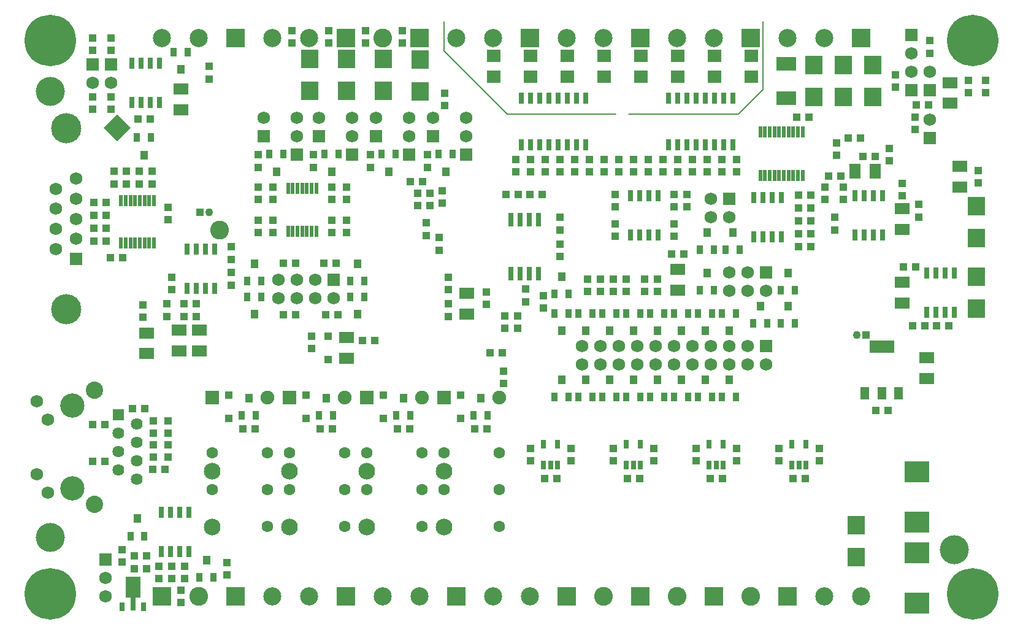
<source format=gbs>
G04 (created by PCBNEW (2013-jul-07)-stable) date miÃ© 17 sep 2014 11:04:25 ART*
%MOIN*%
G04 Gerber Fmt 3.4, Leading zero omitted, Abs format*
%FSLAX34Y34*%
G01*
G70*
G90*
G04 APERTURE LIST*
%ADD10C,0.00590551*%
%ADD11C,0.008*%
%ADD12R,0.069X0.069*%
%ADD13C,0.069*%
%ADD14R,0.0434X0.0394*%
%ADD15R,0.084X0.064*%
%ADD16R,0.0354961X0.0512441*%
%ADD17R,0.0433701X0.0512441*%
%ADD18R,0.0414016X0.0394331*%
%ADD19C,0.0630551*%
%ADD20C,0.0906142*%
%ADD21C,0.0748661*%
%ADD22R,0.0748661X0.0748661*%
%ADD23R,0.0748661X0.0669921*%
%ADD24R,0.0394X0.0434*%
%ADD25R,0.027622X0.0748661*%
%ADD26C,0.15748*%
%ADD27R,0.019748X0.0630551*%
%ADD28R,0.0201417X0.0630551*%
%ADD29R,0.0217165X0.0610866*%
%ADD30R,0.0315591X0.0630551*%
%ADD31R,0.0315591X0.0473071*%
%ADD32R,0.0315591X0.0748661*%
%ADD33R,0.0827402X0.114236*%
%ADD34R,0.027622X0.0473071*%
%ADD35R,0.133921X0.0669921*%
%ADD36R,0.0512441X0.0669921*%
%ADD37R,0.027622X0.0638425*%
%ADD38R,0.1103X0.0749*%
%ADD39R,0.133921X0.118173*%
%ADD40R,0.0945512X0.102425*%
%ADD41R,0.064X0.084*%
%ADD42C,0.102425*%
%ADD43C,0.279591*%
%ADD44R,0.0984882X0.0984882*%
%ADD45C,0.0984882*%
%ADD46R,0.102425X0.102425*%
%ADD47C,0.164*%
%ADD48C,0.131953*%
%ADD49R,0.064X0.064*%
%ADD50C,0.064*%
%ADD51C,0.094*%
%ADD52R,0.0433701X0.0433701*%
%ADD53C,0.0433701*%
G04 APERTURE END LIST*
G54D10*
G54D11*
X35100Y-14250D02*
X35100Y-12650D01*
X52450Y-16350D02*
X52450Y-12650D01*
X44450Y-17700D02*
X38550Y-17700D01*
X45150Y-17700D02*
X51100Y-17700D01*
X38550Y-17700D02*
X35100Y-14250D01*
X51100Y-17700D02*
X52450Y-16350D01*
G54D12*
X61500Y-19000D03*
G54D13*
X61500Y-18000D03*
G54D14*
X64150Y-21434D03*
X64150Y-20765D03*
G54D15*
X63150Y-21651D03*
X63150Y-20548D03*
G54D16*
X33274Y-34072D03*
G54D17*
X32900Y-33127D03*
G54D16*
X32525Y-34072D03*
X24874Y-34072D03*
G54D17*
X24500Y-33127D03*
G54D16*
X24125Y-34072D03*
X29074Y-34072D03*
G54D17*
X28700Y-33127D03*
G54D16*
X28325Y-34072D03*
G54D18*
X27600Y-34220D03*
X27600Y-32979D03*
X31800Y-34220D03*
X31800Y-32979D03*
X23400Y-34220D03*
X23400Y-32979D03*
X36000Y-34220D03*
X36000Y-32979D03*
G54D16*
X37474Y-34072D03*
G54D17*
X37100Y-33127D03*
G54D16*
X36725Y-34072D03*
G54D19*
X38100Y-40100D03*
X38100Y-38100D03*
X38100Y-36100D03*
G54D20*
X35100Y-40147D03*
G54D19*
X35100Y-38100D03*
X35100Y-36100D03*
G54D21*
X38100Y-33100D03*
G54D22*
X35100Y-33100D03*
G54D20*
X35100Y-37115D03*
G54D19*
X25500Y-40100D03*
X25500Y-38100D03*
X25500Y-36100D03*
G54D20*
X22500Y-40147D03*
G54D19*
X22500Y-38100D03*
X22500Y-36100D03*
G54D21*
X25500Y-33100D03*
G54D22*
X22500Y-33100D03*
G54D20*
X22500Y-37115D03*
G54D19*
X29700Y-40100D03*
X29700Y-38100D03*
X29700Y-36100D03*
G54D20*
X26700Y-40147D03*
G54D19*
X26700Y-38100D03*
X26700Y-36100D03*
G54D21*
X29700Y-33100D03*
G54D22*
X26700Y-33100D03*
G54D20*
X26700Y-37115D03*
G54D19*
X33900Y-40100D03*
X33900Y-38100D03*
X33900Y-36100D03*
G54D20*
X30900Y-40147D03*
G54D19*
X30900Y-38100D03*
X30900Y-36100D03*
G54D21*
X33900Y-33100D03*
G54D22*
X30900Y-33100D03*
G54D20*
X30900Y-37115D03*
G54D23*
X39800Y-14548D03*
X39800Y-15651D03*
X41800Y-14548D03*
X41800Y-15651D03*
X37800Y-14548D03*
X37800Y-15651D03*
X51800Y-14548D03*
X51800Y-15651D03*
X43800Y-14548D03*
X43800Y-15651D03*
X45800Y-14548D03*
X45800Y-15651D03*
X47800Y-14548D03*
X47800Y-15651D03*
X49800Y-14548D03*
X49800Y-15651D03*
G54D24*
X39765Y-22050D03*
X40434Y-22050D03*
G54D25*
X40250Y-26356D03*
X39750Y-26356D03*
X39250Y-26356D03*
X38750Y-26356D03*
X38750Y-23443D03*
X39250Y-23443D03*
X39750Y-23443D03*
X40250Y-23443D03*
G54D14*
X39100Y-28665D03*
X39100Y-29334D03*
X38400Y-28665D03*
X38400Y-29334D03*
G54D24*
X58565Y-33800D03*
X59234Y-33800D03*
G54D26*
X13700Y-16450D03*
X13700Y-40700D03*
G54D27*
X53577Y-21031D03*
X53322Y-21031D03*
X53066Y-21031D03*
X52810Y-21031D03*
X54345Y-18668D03*
X54345Y-21031D03*
X54089Y-21031D03*
X53833Y-21031D03*
X52554Y-18668D03*
X52810Y-18668D03*
X53066Y-18668D03*
X53322Y-18668D03*
X53577Y-18668D03*
X53833Y-18668D03*
X52554Y-21031D03*
G54D28*
X54089Y-18668D03*
G54D27*
X54601Y-21031D03*
X52298Y-21031D03*
X52298Y-18668D03*
G54D28*
X54601Y-18668D03*
G54D29*
X18322Y-22388D03*
X18577Y-22388D03*
X18833Y-22388D03*
X19089Y-22388D03*
X19345Y-22388D03*
X17554Y-22388D03*
X17810Y-22388D03*
X18066Y-22388D03*
X19345Y-24711D03*
X19089Y-24711D03*
X18833Y-24711D03*
X18577Y-24711D03*
X18322Y-24711D03*
X18066Y-24711D03*
X17810Y-24711D03*
X17554Y-24711D03*
X27400Y-21738D03*
X27655Y-21738D03*
X27911Y-21738D03*
X28167Y-21738D03*
X28167Y-24061D03*
X26632Y-21738D03*
X26888Y-21738D03*
X27144Y-21738D03*
X27911Y-24061D03*
X27655Y-24061D03*
X27400Y-24061D03*
X27144Y-24061D03*
X26888Y-24061D03*
X26632Y-24061D03*
G54D30*
X47300Y-16820D03*
X47800Y-16820D03*
X48300Y-16820D03*
X48800Y-16820D03*
X49300Y-16820D03*
X49800Y-16820D03*
X50300Y-16820D03*
X50800Y-16820D03*
X50800Y-19379D03*
X50300Y-19379D03*
X49800Y-19379D03*
X49300Y-19379D03*
X48800Y-19379D03*
X48300Y-19379D03*
X47800Y-19379D03*
X47300Y-19379D03*
X39300Y-16820D03*
X39800Y-16820D03*
X40300Y-16820D03*
X40800Y-16820D03*
X41300Y-16820D03*
X41800Y-16820D03*
X42300Y-16820D03*
X42800Y-16820D03*
X42800Y-19379D03*
X42300Y-19379D03*
X41800Y-19379D03*
X41300Y-19379D03*
X40800Y-19379D03*
X40300Y-19379D03*
X39800Y-19379D03*
X39300Y-19379D03*
G54D31*
X18791Y-44450D03*
G54D32*
X18200Y-44312D03*
G54D31*
X17609Y-44450D03*
G54D33*
X18200Y-43406D03*
G54D34*
X54774Y-36751D03*
X54025Y-36751D03*
X54400Y-36751D03*
X54025Y-35648D03*
X54774Y-35648D03*
X50274Y-36751D03*
X49525Y-36751D03*
X49900Y-36751D03*
X49525Y-35648D03*
X50274Y-35648D03*
X45774Y-36751D03*
X45025Y-36751D03*
X45400Y-36751D03*
X45025Y-35648D03*
X45774Y-35648D03*
X41274Y-36751D03*
X40525Y-36751D03*
X40900Y-36751D03*
X40525Y-35648D03*
X41274Y-35648D03*
G54D16*
X41874Y-27472D03*
G54D17*
X41500Y-26527D03*
G54D16*
X41125Y-27472D03*
X43725Y-28527D03*
G54D17*
X44100Y-29472D03*
G54D16*
X44474Y-28527D03*
X47074Y-33072D03*
G54D17*
X46700Y-32127D03*
G54D16*
X46325Y-33072D03*
X45774Y-33072D03*
G54D17*
X45400Y-32127D03*
G54D16*
X45025Y-33072D03*
X44474Y-33072D03*
G54D17*
X44100Y-32127D03*
G54D16*
X43725Y-33072D03*
X43174Y-33072D03*
G54D17*
X42800Y-32127D03*
G54D16*
X42425Y-33072D03*
X41874Y-33072D03*
G54D17*
X41500Y-32127D03*
G54D16*
X41125Y-33072D03*
X41125Y-28527D03*
G54D17*
X41500Y-29472D03*
G54D16*
X41874Y-28527D03*
X42425Y-28527D03*
G54D17*
X42800Y-29472D03*
G54D16*
X43174Y-28527D03*
X31725Y-19877D03*
G54D17*
X32100Y-20822D03*
G54D16*
X32474Y-19877D03*
X48374Y-33072D03*
G54D17*
X48000Y-32127D03*
G54D16*
X47625Y-33072D03*
X49674Y-33072D03*
G54D17*
X49300Y-32127D03*
G54D16*
X48925Y-33072D03*
X50974Y-33072D03*
G54D17*
X50600Y-32127D03*
G54D16*
X50225Y-33072D03*
X20425Y-14327D03*
G54D17*
X20800Y-15272D03*
G54D16*
X21174Y-14327D03*
X34825Y-19877D03*
G54D17*
X35200Y-20822D03*
G54D16*
X35574Y-19877D03*
X25625Y-19877D03*
G54D17*
X26000Y-20822D03*
G54D16*
X26374Y-19877D03*
X28625Y-19877D03*
G54D17*
X29000Y-20822D03*
G54D16*
X29374Y-19877D03*
X49774Y-27272D03*
G54D17*
X49400Y-26327D03*
G54D16*
X49025Y-27272D03*
X22574Y-42872D03*
G54D17*
X22200Y-41927D03*
G54D16*
X21825Y-42872D03*
X18824Y-40622D03*
G54D17*
X18450Y-39677D03*
G54D16*
X18075Y-40622D03*
X54174Y-27272D03*
G54D17*
X53800Y-26327D03*
G54D16*
X53425Y-27272D03*
X18425Y-18977D03*
G54D17*
X18800Y-19922D03*
G54D16*
X19174Y-18977D03*
X45025Y-28527D03*
G54D17*
X45400Y-29472D03*
G54D16*
X45774Y-28527D03*
X52674Y-29072D03*
G54D17*
X52300Y-28127D03*
G54D16*
X51925Y-29072D03*
X54174Y-29072D03*
G54D17*
X53800Y-28127D03*
G54D16*
X53425Y-29072D03*
X30774Y-26772D03*
G54D17*
X30400Y-25827D03*
G54D16*
X30025Y-26772D03*
X25174Y-26772D03*
G54D17*
X24800Y-25827D03*
G54D16*
X24425Y-26772D03*
X24425Y-27627D03*
G54D17*
X24800Y-28572D03*
G54D16*
X25174Y-27627D03*
X30025Y-27627D03*
G54D17*
X30400Y-28572D03*
G54D16*
X30774Y-27627D03*
X49774Y-25072D03*
G54D17*
X49400Y-24127D03*
G54D16*
X49025Y-25072D03*
X51174Y-25072D03*
G54D17*
X50800Y-24127D03*
G54D16*
X50425Y-25072D03*
X50225Y-28527D03*
G54D17*
X50600Y-29472D03*
G54D16*
X50974Y-28527D03*
X48925Y-28527D03*
G54D17*
X49300Y-29472D03*
G54D16*
X49674Y-28527D03*
X47625Y-28527D03*
G54D17*
X48000Y-29472D03*
G54D16*
X48374Y-28527D03*
X46325Y-28527D03*
G54D17*
X46700Y-29472D03*
G54D16*
X47074Y-28527D03*
G54D35*
X58900Y-30340D03*
G54D36*
X58900Y-32859D03*
X57994Y-32859D03*
X59805Y-32859D03*
G54D37*
X58950Y-24262D03*
X58450Y-24262D03*
X57950Y-24262D03*
X57450Y-24262D03*
X57450Y-22137D03*
X57950Y-22137D03*
X58450Y-22137D03*
X58950Y-22137D03*
X21150Y-25037D03*
X21650Y-25037D03*
X22150Y-25037D03*
X22650Y-25037D03*
X22650Y-27162D03*
X22150Y-27162D03*
X21650Y-27162D03*
X21150Y-27162D03*
X21250Y-41462D03*
X20750Y-41462D03*
X20250Y-41462D03*
X19750Y-41462D03*
X19750Y-39337D03*
X20250Y-39337D03*
X20750Y-39337D03*
X21250Y-39337D03*
X19650Y-17062D03*
X19150Y-17062D03*
X18650Y-17062D03*
X18150Y-17062D03*
X18150Y-14937D03*
X18650Y-14937D03*
X19150Y-14937D03*
X19650Y-14937D03*
X61350Y-26337D03*
X61850Y-26337D03*
X62350Y-26337D03*
X62850Y-26337D03*
X62850Y-28462D03*
X62350Y-28462D03*
X61850Y-28462D03*
X61350Y-28462D03*
X46750Y-24262D03*
X46250Y-24262D03*
X45750Y-24262D03*
X45250Y-24262D03*
X45250Y-22137D03*
X45750Y-22137D03*
X46250Y-22137D03*
X46750Y-22137D03*
X53450Y-24362D03*
X52950Y-24362D03*
X52450Y-24362D03*
X51950Y-24362D03*
X51950Y-22237D03*
X52450Y-22237D03*
X52950Y-22237D03*
X53450Y-22237D03*
G54D18*
X28800Y-29779D03*
X28800Y-31020D03*
G54D38*
X53700Y-14955D03*
X53700Y-16845D03*
G54D14*
X46000Y-26665D03*
X46000Y-27334D03*
X40600Y-20834D03*
X40600Y-20165D03*
X39000Y-20834D03*
X39000Y-20165D03*
G54D24*
X54365Y-24900D03*
X55034Y-24900D03*
G54D14*
X20800Y-43565D03*
X20800Y-44234D03*
X21000Y-42265D03*
X21000Y-42934D03*
X20300Y-42934D03*
X20300Y-42265D03*
X17600Y-41365D03*
X17600Y-42034D03*
X19600Y-42265D03*
X19600Y-42934D03*
G54D24*
X18934Y-41700D03*
X18265Y-41700D03*
X55034Y-22800D03*
X54365Y-22800D03*
G54D14*
X48300Y-22734D03*
X48300Y-22065D03*
X44300Y-26665D03*
X44300Y-27334D03*
G54D24*
X55034Y-23500D03*
X54365Y-23500D03*
X55034Y-24200D03*
X54365Y-24200D03*
G54D14*
X44400Y-22065D03*
X44400Y-22734D03*
X47600Y-23665D03*
X47600Y-24334D03*
X44400Y-24334D03*
X44400Y-23665D03*
X43600Y-26665D03*
X43600Y-27334D03*
X42900Y-26665D03*
X42900Y-27334D03*
G54D24*
X48134Y-25300D03*
X47465Y-25300D03*
G54D14*
X40500Y-28234D03*
X40500Y-27565D03*
G54D24*
X36765Y-34800D03*
X37434Y-34800D03*
X24165Y-34800D03*
X24834Y-34800D03*
X54065Y-37500D03*
X54734Y-37500D03*
X40565Y-37500D03*
X41234Y-37500D03*
G54D14*
X25800Y-22334D03*
X25800Y-21665D03*
X38350Y-32334D03*
X38350Y-31665D03*
X25000Y-19915D03*
X25000Y-20584D03*
X28000Y-19915D03*
X28000Y-20584D03*
X34200Y-19915D03*
X34200Y-20584D03*
X31100Y-19915D03*
X31100Y-20584D03*
G54D24*
X49565Y-37500D03*
X50234Y-37500D03*
G54D14*
X43800Y-20834D03*
X43800Y-20165D03*
X45400Y-20834D03*
X45400Y-20165D03*
X47000Y-20834D03*
X47000Y-20165D03*
X48600Y-20834D03*
X48600Y-20165D03*
X50200Y-20834D03*
X50200Y-20165D03*
G54D24*
X57734Y-19000D03*
X57065Y-19000D03*
X28365Y-34800D03*
X29034Y-34800D03*
X45065Y-37500D03*
X45734Y-37500D03*
G54D14*
X42200Y-20834D03*
X42200Y-20165D03*
X46700Y-26665D03*
X46700Y-27334D03*
X29000Y-24134D03*
X29000Y-23465D03*
X25800Y-24134D03*
X25800Y-23465D03*
X29000Y-22334D03*
X29000Y-21665D03*
G54D24*
X32565Y-34800D03*
X33234Y-34800D03*
X61434Y-17200D03*
X60765Y-17200D03*
G54D14*
X19300Y-34365D03*
X19300Y-35034D03*
X19300Y-36334D03*
X19300Y-35665D03*
G54D24*
X16684Y-34550D03*
X16015Y-34550D03*
G54D14*
X27900Y-30434D03*
X27900Y-29765D03*
G54D24*
X19934Y-37000D03*
X19265Y-37000D03*
G54D14*
X59650Y-15565D03*
X59650Y-16234D03*
X61500Y-13715D03*
X61500Y-14384D03*
X22350Y-15115D03*
X22350Y-15784D03*
X17000Y-13565D03*
X17000Y-14234D03*
X16000Y-14234D03*
X16000Y-13565D03*
X17000Y-16765D03*
X17000Y-17434D03*
X16000Y-17434D03*
X16000Y-16765D03*
X60700Y-18534D03*
X60700Y-17865D03*
X20100Y-22765D03*
X20100Y-23434D03*
X64550Y-16534D03*
X64550Y-15865D03*
G54D24*
X19134Y-17950D03*
X18465Y-17950D03*
X60734Y-26000D03*
X60065Y-26000D03*
G54D14*
X37400Y-28034D03*
X37400Y-27365D03*
G54D24*
X18834Y-33700D03*
X18165Y-33700D03*
X27034Y-28600D03*
X26365Y-28600D03*
X28665Y-28600D03*
X29334Y-28600D03*
X27034Y-25800D03*
X26365Y-25800D03*
X28565Y-25800D03*
X29234Y-25800D03*
G54D14*
X20300Y-27234D03*
X20300Y-26565D03*
X23550Y-26984D03*
X23550Y-26315D03*
G54D12*
X29100Y-26700D03*
G54D13*
X29100Y-27700D03*
X28100Y-26700D03*
X28100Y-27700D03*
X27100Y-26700D03*
X27100Y-27700D03*
X26100Y-26700D03*
X26100Y-27700D03*
G54D12*
X52600Y-26300D03*
G54D13*
X52600Y-27300D03*
X51600Y-26300D03*
X51600Y-27300D03*
X50600Y-26300D03*
X50600Y-27300D03*
G54D12*
X16700Y-41900D03*
G54D13*
X16700Y-42900D03*
X16700Y-43900D03*
G54D12*
X36300Y-19900D03*
G54D13*
X36300Y-18900D03*
X36300Y-17900D03*
G54D12*
X33200Y-19900D03*
G54D13*
X33200Y-18900D03*
X33200Y-17900D03*
G54D12*
X30100Y-19900D03*
G54D13*
X30100Y-18900D03*
X30100Y-17900D03*
G54D12*
X27100Y-19900D03*
G54D13*
X27100Y-18900D03*
X27100Y-17900D03*
G54D12*
X50600Y-22300D03*
G54D13*
X50600Y-23300D03*
X49600Y-22300D03*
X49600Y-23300D03*
G54D12*
X31400Y-18900D03*
G54D13*
X31400Y-17900D03*
G54D12*
X60500Y-16400D03*
G54D13*
X60500Y-15400D03*
G54D12*
X61500Y-16400D03*
G54D13*
X61500Y-15400D03*
G54D12*
X28300Y-18900D03*
G54D13*
X28300Y-17900D03*
G54D12*
X17000Y-15000D03*
G54D13*
X17000Y-16000D03*
G54D12*
X34500Y-18900D03*
G54D13*
X34500Y-17900D03*
G54D12*
X16000Y-15000D03*
G54D13*
X16000Y-16000D03*
G54D12*
X25300Y-18900D03*
G54D13*
X25300Y-17900D03*
G54D12*
X60500Y-13400D03*
G54D13*
X60500Y-14400D03*
G54D12*
X52600Y-30300D03*
G54D13*
X52600Y-31300D03*
X51600Y-30300D03*
X51600Y-31300D03*
X50600Y-30300D03*
X50600Y-31300D03*
X49600Y-30300D03*
X49600Y-31300D03*
X48600Y-30300D03*
X48600Y-31300D03*
X47600Y-30300D03*
X47600Y-31300D03*
X46600Y-30300D03*
X46600Y-31300D03*
X45600Y-30300D03*
X45600Y-31300D03*
X44600Y-30300D03*
X44600Y-31300D03*
X43600Y-30300D03*
X43600Y-31300D03*
X42600Y-30300D03*
X42600Y-31300D03*
G54D26*
X62850Y-41350D03*
G54D14*
X35150Y-16565D03*
X35150Y-17234D03*
X59300Y-19565D03*
X59300Y-20234D03*
G54D24*
X16734Y-23200D03*
X16065Y-23200D03*
G54D14*
X23300Y-42065D03*
X23300Y-42734D03*
X18750Y-28734D03*
X18750Y-28065D03*
X20050Y-28015D03*
X20050Y-28684D03*
G54D24*
X16734Y-23900D03*
X16065Y-23900D03*
G54D14*
X35000Y-22534D03*
X35000Y-21865D03*
G54D24*
X21634Y-28700D03*
X20965Y-28700D03*
X16734Y-24600D03*
X16065Y-24600D03*
G54D14*
X60000Y-21465D03*
X60000Y-22134D03*
G54D24*
X16734Y-22500D03*
X16065Y-22500D03*
G54D39*
X60800Y-44258D03*
X60800Y-41541D03*
X60800Y-39858D03*
X60800Y-37141D03*
G54D40*
X55200Y-15033D03*
X55200Y-16766D03*
X64050Y-26533D03*
X64050Y-28266D03*
X33800Y-16466D03*
X33800Y-14733D03*
X29800Y-16416D03*
X29800Y-14683D03*
X57500Y-40033D03*
X57500Y-41766D03*
X64050Y-22683D03*
X64050Y-24416D03*
X31800Y-16416D03*
X31800Y-14683D03*
X56800Y-15033D03*
X56800Y-16766D03*
X27800Y-16416D03*
X27800Y-14683D03*
X58400Y-15033D03*
X58400Y-16766D03*
G54D15*
X20800Y-16348D03*
X20800Y-17451D03*
G54D41*
X58551Y-20800D03*
X57448Y-20800D03*
G54D15*
X36350Y-27448D03*
X36350Y-28551D03*
X47800Y-27251D03*
X47800Y-26148D03*
X18950Y-29598D03*
X18950Y-30701D03*
X29800Y-29848D03*
X29800Y-30951D03*
X60000Y-27951D03*
X60000Y-26848D03*
X21800Y-29448D03*
X21800Y-30551D03*
X60000Y-22848D03*
X60000Y-23951D03*
X20700Y-29448D03*
X20700Y-30551D03*
X62600Y-17101D03*
X62600Y-15998D03*
X61350Y-30948D03*
X61350Y-32051D03*
G54D14*
X29800Y-21665D03*
X29800Y-22334D03*
X34150Y-23615D03*
X34150Y-24284D03*
X35350Y-26565D03*
X35350Y-27234D03*
X55800Y-21665D03*
X55800Y-22334D03*
G54D24*
X56015Y-21050D03*
X56684Y-21050D03*
X33934Y-21350D03*
X33265Y-21350D03*
G54D14*
X56450Y-19265D03*
X56450Y-19934D03*
G54D24*
X34334Y-22000D03*
X33665Y-22000D03*
G54D14*
X56350Y-23984D03*
X56350Y-23315D03*
G54D24*
X58534Y-20000D03*
X57865Y-20000D03*
G54D14*
X60900Y-22615D03*
X60900Y-23284D03*
G54D24*
X54934Y-17850D03*
X54265Y-17850D03*
G54D14*
X35350Y-28015D03*
X35350Y-28684D03*
X41400Y-24765D03*
X41400Y-25434D03*
X39550Y-27215D03*
X39550Y-27884D03*
G54D24*
X18934Y-42400D03*
X18265Y-42400D03*
G54D14*
X34850Y-25084D03*
X34850Y-24415D03*
G54D24*
X38465Y-22050D03*
X39134Y-22050D03*
X30665Y-30000D03*
X31334Y-30000D03*
G54D14*
X56800Y-21665D03*
X56800Y-22334D03*
X49400Y-20834D03*
X49400Y-20165D03*
X41400Y-20834D03*
X41400Y-20165D03*
X43000Y-20834D03*
X43000Y-20165D03*
X30850Y-13834D03*
X30850Y-13165D03*
X44600Y-20834D03*
X44600Y-20165D03*
G54D24*
X61865Y-29200D03*
X62534Y-29200D03*
G54D14*
X46200Y-20834D03*
X46200Y-20165D03*
X28850Y-13834D03*
X28850Y-13165D03*
G54D24*
X16015Y-36550D03*
X16684Y-36550D03*
G54D14*
X63600Y-15865D03*
X63600Y-16534D03*
X47800Y-20834D03*
X47800Y-20165D03*
X26850Y-13834D03*
X26850Y-13165D03*
G54D24*
X17165Y-21500D03*
X17834Y-21500D03*
G54D14*
X32850Y-13834D03*
X32850Y-13165D03*
X53300Y-36534D03*
X53300Y-35865D03*
X55500Y-36534D03*
X55500Y-35865D03*
X51000Y-20834D03*
X51000Y-20165D03*
X51000Y-36534D03*
X51000Y-35865D03*
X48800Y-36534D03*
X48800Y-35865D03*
X46500Y-36534D03*
X46500Y-35865D03*
X44300Y-36534D03*
X44300Y-35865D03*
X42000Y-36534D03*
X42000Y-35865D03*
X39800Y-36534D03*
X39800Y-35865D03*
X18550Y-21484D03*
X18550Y-20815D03*
G54D24*
X16965Y-25500D03*
X17634Y-25500D03*
X17834Y-20800D03*
X17165Y-20800D03*
G54D14*
X41400Y-23315D03*
X41400Y-23984D03*
X47600Y-22734D03*
X47600Y-22065D03*
G54D24*
X54365Y-22100D03*
X55034Y-22100D03*
X38284Y-30650D03*
X37615Y-30650D03*
X33665Y-22650D03*
X34334Y-22650D03*
X20965Y-28000D03*
X21634Y-28000D03*
G54D14*
X45000Y-27334D03*
X45000Y-26665D03*
G54D24*
X61234Y-29200D03*
X60565Y-29200D03*
G54D14*
X23550Y-24915D03*
X23550Y-25584D03*
X29800Y-23465D03*
X29800Y-24134D03*
X25000Y-23465D03*
X25000Y-24134D03*
X19250Y-21484D03*
X19250Y-20815D03*
X25000Y-22334D03*
X25000Y-21665D03*
X20100Y-34365D03*
X20100Y-35034D03*
X20100Y-36334D03*
X20100Y-35665D03*
X39800Y-20834D03*
X39800Y-20165D03*
G54D42*
X22910Y-24010D03*
G54D10*
G36*
X17342Y-17718D02*
X18067Y-18442D01*
X17342Y-19167D01*
X16618Y-18442D01*
X17342Y-17718D01*
X17342Y-17718D01*
G37*
G54D43*
X13700Y-43779D03*
X13700Y-13700D03*
X63858Y-43779D03*
X63858Y-13700D03*
G54D44*
X23779Y-13582D03*
G54D45*
X21779Y-13582D03*
X19779Y-13582D03*
G54D44*
X45779Y-13582D03*
G54D45*
X43779Y-13582D03*
X41779Y-13582D03*
G54D44*
X51779Y-13582D03*
G54D45*
X49779Y-13582D03*
X47779Y-13582D03*
G54D44*
X57779Y-13582D03*
G54D45*
X55779Y-13582D03*
X53779Y-13582D03*
G54D44*
X39779Y-13582D03*
G54D45*
X37779Y-13582D03*
X35779Y-13582D03*
G54D44*
X35779Y-43897D03*
G54D45*
X37779Y-43897D03*
X39779Y-43897D03*
G54D44*
X23779Y-43897D03*
G54D45*
X25779Y-43897D03*
X27779Y-43897D03*
G54D44*
X29779Y-13582D03*
G54D45*
X27779Y-13582D03*
X25779Y-13582D03*
G54D44*
X29779Y-43897D03*
G54D45*
X31779Y-43897D03*
X33779Y-43897D03*
G54D44*
X53779Y-43897D03*
G54D45*
X55779Y-43897D03*
X57779Y-43897D03*
G54D46*
X19779Y-43897D03*
G54D42*
X21779Y-43897D03*
G54D46*
X33779Y-13582D03*
G54D42*
X31779Y-13582D03*
G54D46*
X41779Y-43897D03*
G54D42*
X43779Y-43897D03*
G54D46*
X49779Y-43897D03*
G54D42*
X51779Y-43897D03*
G54D46*
X45779Y-43897D03*
G54D42*
X47779Y-43897D03*
G54D12*
X15126Y-25565D03*
G54D13*
X15126Y-24475D03*
X15126Y-23385D03*
X15126Y-22295D03*
X15126Y-21205D03*
X14006Y-25020D03*
X14006Y-23930D03*
X14006Y-22840D03*
X14006Y-21750D03*
G54D47*
X14566Y-28305D03*
X14566Y-18465D03*
G54D48*
X14921Y-38037D03*
X14921Y-33537D03*
G54D49*
X17421Y-34037D03*
G54D50*
X18421Y-34537D03*
X17421Y-35037D03*
X18421Y-35537D03*
X17421Y-36037D03*
X18421Y-36537D03*
X17421Y-37037D03*
X18421Y-37537D03*
G54D51*
X16121Y-32687D03*
X16121Y-38887D03*
G54D13*
X12991Y-33297D03*
X13591Y-34297D03*
X12991Y-37277D03*
X13591Y-38277D03*
G54D52*
X21830Y-23031D03*
G54D53*
X22342Y-23031D03*
G54D52*
X58055Y-29700D03*
G54D53*
X57544Y-29700D03*
M02*

</source>
